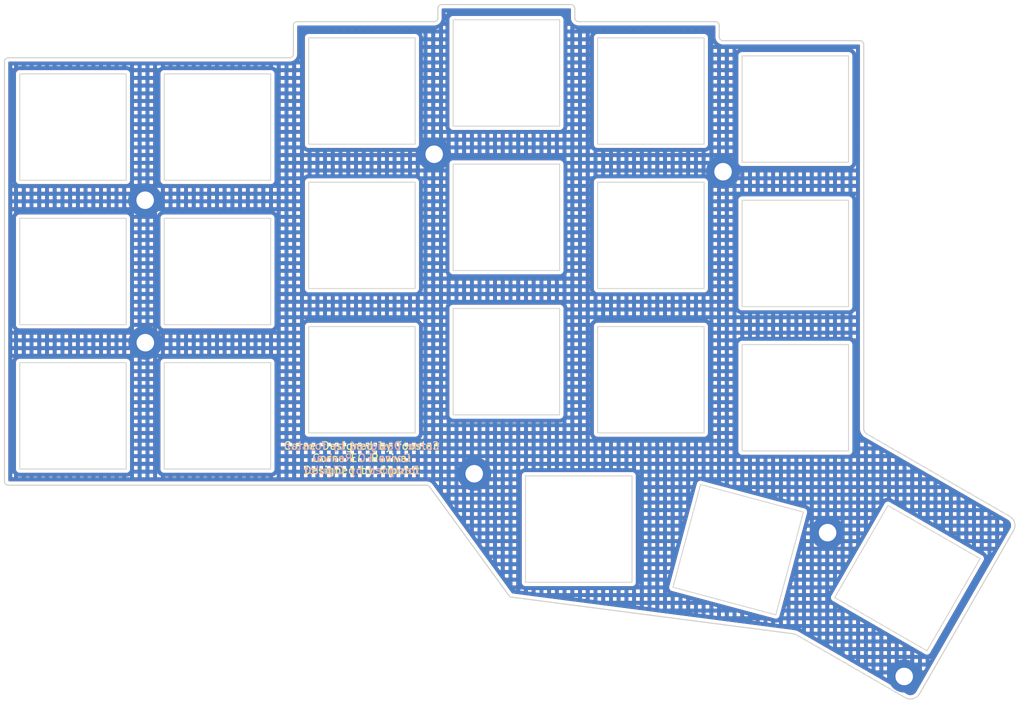
<source format=kicad_pcb>
(kicad_pcb (version 20211014) (generator pcbnew)
  (title_block (title "Corne EC Revival | NIZ Plate") (date "2022-01-28") (rev "1.0") (comment 1 "Copyright © 2021 Cipulot") (comment 2 "MIT License"))
  (layers (0 "F.Cu" signal) (31 "B.Cu" signal) (34 "B.Paste" user) (35 "F.Paste" user) (36 "B.SilkS" user "B.Silkscreen") (37 "F.SilkS" user "F.Silkscreen") (38 "B.Mask" user) (39 "F.Mask" user) (44 "Edge.Cuts" user))
  (net 0 "")
  (net 1 "GNDA")
  (footprint "kbd:SW_Hole" (layer "F.Cu") (at 191.175 78.7)
    (fp_text reference "SW2" hide)
    (fp_text value "KEY_SWITCH" hide)
    (fp_line (start 7 -7) (end -7 -7) (layer "Edge.Cuts") (width 0.12))
    (fp_line (start 7 7) (end 7 -7) (layer "Edge.Cuts") (width 0.12))
    (fp_line (start -7 7) (end 7 7) (layer "Edge.Cuts") (width 0.12))
    (fp_line (start -7 -7) (end -7 7) (layer "Edge.Cuts") (width 0.12))
  )
  (footprint "kbd:SW_Hole" (layer "F.Cu") (at 134.175 57.325)
    (fp_text reference "SW2" hide)
    (fp_text value "KEY_SWITCH" hide)
    (fp_line (start 7 -7) (end -7 -7) (layer "Edge.Cuts") (width 0.12))
    (fp_line (start 7 7) (end 7 -7) (layer "Edge.Cuts") (width 0.12))
    (fp_line (start -7 -7) (end -7 7) (layer "Edge.Cuts") (width 0.12))
    (fp_line (start -7 7) (end 7 7) (layer "Edge.Cuts") (width 0.12))
  )
  (footprint "kbd:SW_Hole" (layer "F.Cu") (at 134.175 76.325)
    (fp_text reference "SW2" hide)
    (fp_text value "KEY_SWITCH" hide)
    (fp_line (start -7 -7) (end -7 7) (layer "Edge.Cuts") (width 0.12))
    (fp_line (start -7 7) (end 7 7) (layer "Edge.Cuts") (width 0.12))
    (fp_line (start 7 7) (end 7 -7) (layer "Edge.Cuts") (width 0.12))
    (fp_line (start 7 -7) (end -7 -7) (layer "Edge.Cuts") (width 0.12))
  )
  (footprint "kbd:M2_Hole_TH" (layer "F.Cu") (at 105.6886 90.45)
    (fp_text reference "" (at 0 -3.2) (layer "F.SilkS"))
    (fp_text value "")
    (pad "" thru_hole circle locked (at 0 0) (size 4.2 4.2) (drill 2.3) (layers *.Cu *.Mask) (net 1 "GNDA"))
  )
  (footprint "kbd:SW_Hole" (layer "F.Cu") (at 183.657 117.694 -15)
    (fp_text reference "SW2" hide)
    (fp_text value "KEY_SWITCH" hide)
    (fp_line (start -7 7) (end 7 7) (layer "Edge.Cuts") (width 0.12))
    (fp_line (start 7 7) (end 7 -7) (layer "Edge.Cuts") (width 0.12))
    (fp_line (start 7 -7) (end -7 -7) (layer "Edge.Cuts") (width 0.12))
    (fp_line (start -7 -7) (end -7 7) (layer "Edge.Cuts") (width 0.12))
  )
  (footprint "kbd:SW_Hole" (layer "F.Cu") (at 115.175 100.075)
    (fp_text reference "SW2" hide)
    (fp_text value "KEY_SWITCH" hide)
    (fp_line (start 7 -7) (end -7 -7) (layer "Edge.Cuts") (width 0.12))
    (fp_line (start -7 7) (end 7 7) (layer "Edge.Cuts") (width 0.12))
    (fp_line (start 7 7) (end 7 -7) (layer "Edge.Cuts") (width 0.12))
    (fp_line (start -7 -7) (end -7 7) (layer "Edge.Cuts") (width 0.12))
  )
  (footprint "kbd:SW_Hole" (layer "F.Cu") (at 172.175 76.325)
    (fp_text reference "SW2" hide)
    (fp_text value "KEY_SWITCH" hide)
    (fp_line (start 7 -7) (end -7 -7) (layer "Edge.Cuts") (width 0.12))
    (fp_line (start 7 7) (end 7 -7) (layer "Edge.Cuts") (width 0.12))
    (fp_line (start -7 -7) (end -7 7) (layer "Edge.Cuts") (width 0.12))
    (fp_line (start -7 7) (end 7 7) (layer "Edge.Cuts") (width 0.12))
  )
  (footprint "kbd:SW_Hole" (layer "F.Cu") (at 162.695 114.985)
    (fp_text reference "SW2" hide)
    (fp_text value "KEY_SWITCH" hide)
    (fp_line (start 7 7) (end 7 -7) (layer "Edge.Cuts") (width 0.12))
    (fp_line (start -7 -7) (end -7 7) (layer "Edge.Cuts") (width 0.12))
    (fp_line (start -7 7) (end 7 7) (layer "Edge.Cuts") (width 0.12))
    (fp_line (start 7 -7) (end -7 -7) (layer "Edge.Cuts") (width 0.12))
  )
  (footprint "kbd:M2_Hole_TH" (layer "F.Cu") (at 105.665 71.7)
    (fp_text reference "" (at 0 -3.2) (layer "F.SilkS"))
    (fp_text value "")
    (pad "" thru_hole circle locked (at 0 0) (size 4.2 4.2) (drill 2.3) (layers *.Cu *.Mask) (net 1 "GNDA"))
  )
  (footprint "kbd:SW_Hole" (layer "F.Cu") (at 153.175 54.95)
    (fp_text reference "SW2" hide)
    (fp_text value "KEY_SWITCH" hide)
    (fp_line (start 7 7) (end 7 -7) (layer "Edge.Cuts") (width 0.12))
    (fp_line (start -7 -7) (end -7 7) (layer "Edge.Cuts") (width 0.12))
    (fp_line (start 7 -7) (end -7 -7) (layer "Edge.Cuts") (width 0.12))
    (fp_line (start -7 7) (end 7 7) (layer "Edge.Cuts") (width 0.12))
  )
  (footprint "kbd:SW_Hole" (layer "F.Cu") (at 134.175 95.325)
    (fp_text reference "SW2" hide)
    (fp_text value "KEY_SWITCH" hide)
    (fp_line (start 7 -7) (end -7 -7) (layer "Edge.Cuts") (width 0.12))
    (fp_line (start -7 7) (end 7 7) (layer "Edge.Cuts") (width 0.12))
    (fp_line (start -7 -7) (end -7 7) (layer "Edge.Cuts") (width 0.12))
    (fp_line (start 7 7) (end 7 -7) (layer "Edge.Cuts") (width 0.12))
  )
  (footprint "kbd:SW_Hole" (layer "F.Cu") (at 96.175 81.075)
    (fp_text reference "SW2" hide)
    (fp_text value "KEY_SWITCH" hide)
    (fp_line (start 7 7) (end 7 -7) (layer "Edge.Cuts") (width 0.12))
    (fp_line (start -7 -7) (end -7 7) (layer "Edge.Cuts") (width 0.12))
    (fp_line (start -7 7) (end 7 7) (layer "Edge.Cuts") (width 0.12))
    (fp_line (start 7 -7) (end -7 -7) (layer "Edge.Cuts") (width 0.12))
  )
  (footprint "kbd:SW_Hole" (layer "F.Cu") (at 96.175 62.075)
    (fp_text reference "SW2" hide)
    (fp_text value "KEY_SWITCH" hide)
    (fp_line (start -7 7) (end 7 7) (layer "Edge.Cuts") (width 0.12))
    (fp_line (start 7 7) (end 7 -7) (layer "Edge.Cuts") (width 0.12))
    (fp_line (start -7 -7) (end -7 7) (layer "Edge.Cuts") (width 0.12))
    (fp_line (start 7 -7) (end -7 -7) (layer "Edge.Cuts") (width 0.12))
  )
  (footprint "kbd:SW_Hole" (layer "F.Cu") (at 115.175 62.075)
    (fp_text reference "SW2" hide)
    (fp_text value "KEY_SWITCH" hide)
    (fp_line (start -7 -7) (end -7 7) (layer "Edge.Cuts") (width 0.12))
    (fp_line (start 7 7) (end 7 -7) (layer "Edge.Cuts") (width 0.12))
    (fp_line (start -7 7) (end 7 7) (layer "Edge.Cuts") (width 0.12))
    (fp_line (start 7 -7) (end -7 -7) (layer "Edge.Cuts") (width 0.12))
  )
  (footprint "kbd:M2_Hole_TH" (layer "F.Cu") (at 181.665 67.95)
    (fp_text reference "" (at 0 -3.2) (layer "F.SilkS"))
    (fp_text value "")
    (pad "" thru_hole circle locked (at 0 0) (size 4.2 4.2) (drill 2.3) (layers *.Cu *.Mask) (net 1 "GNDA"))
  )
  (footprint "kbd:M2_Hole_TH" (layer "F.Cu") (at 195.415 115.45)
    (fp_text reference "" (at 0 -3.2) (layer "F.SilkS"))
    (fp_text value "")
    (pad "" thru_hole circle locked (at 0 0) (size 4.2 4.2) (drill 2.3) (layers *.Cu *.Mask) (net 1 "GNDA"))
  )
  (footprint "kbd:SW_Hole" (layer "F.Cu") (at 191.175 97.7)
    (fp_text reference "SW2" hide)
    (fp_text value "KEY_SWITCH" hide)
    (fp_line (start -7 7) (end 7 7) (layer "Edge.Cuts") (width 0.12))
    (fp_line (start 7 -7) (end -7 -7) (layer "Edge.Cuts") (width 0.12))
    (fp_line (start -7 -7) (end -7 7) (layer "Edge.Cuts") (width 0.12))
    (fp_line (start 7 7) (end 7 -7) (layer "Edge.Cuts") (width 0.12))
  )
  (footprint "kbd:SW_Hole" (layer "F.Cu") (at 172.175 57.325)
    (fp_text reference "SW2" hide)
    (fp_text value "KEY_SWITCH" hide)
    (fp_line (start -7 -7) (end -7 7) (layer "Edge.Cuts") (width 0.12))
    (fp_line (start 7 -7) (end -7 -7) (layer "Edge.Cuts") (width 0.12))
    (fp_line (start -7 7) (end 7 7) (layer "Edge.Cuts") (width 0.12))
    (fp_line (start 7 7) (end 7 -7) (layer "Edge.Cuts") (width 0.12))
  )
  (footprint "kbd:SW_Hole" (layer "F.Cu") (at 153.175 92.95)
    (fp_text reference "SW2" hide)
    (fp_text value "KEY_SWITCH" hide)
    (fp_line (start -7 7) (end 7 7) (layer "Edge.Cuts") (width 0.12))
    (fp_line (start 7 -7) (end -7 -7) (layer "Edge.Cuts") (width 0.12))
    (fp_line (start 7 7) (end 7 -7) (layer "Edge.Cuts") (width 0.12))
    (fp_line (start -7 -7) (end -7 7) (layer "Edge.Cuts") (width 0.12))
  )
  (footprint "kbd:M2_Hole_TH" (layer "F.Cu") (at 143.675 65.65)
    (fp_text reference "" (at 0 -3.2) (layer "F.SilkS"))
    (fp_text value "")
    (pad "" thru_hole circle locked (at 0 0) (size 4.2 4.2) (drill 2.3) (layers *.Cu *.Mask) (net 1 "GNDA"))
  )
  (footprint "kbd:SW_Hole" (layer "F.Cu") (at 191.175 59.7)
    (fp_text reference "SW2" hide)
    (fp_text value "KEY_SWITCH" hide)
    (fp_line (start 7 7) (end 7 -7) (layer "Edge.Cuts") (width 0.12))
    (fp_line (start -7 -7) (end -7 7) (layer "Edge.Cuts") (width 0.12))
    (fp_line (start -7 7) (end 7 7) (layer "Edge.Cuts") (width 0.12))
    (fp_line (start 7 -7) (end -7 -7) (layer "Edge.Cuts") (width 0.12))
  )
  (footprint "kbd:SW_Hole" (layer "F.Cu") (at 153.175 73.95)
    (fp_text reference "SW2" hide)
    (fp_text value "KEY_SWITCH" hide)
    (fp_line (start 7 7) (end 7 -7) (layer "Edge.Cuts") (width 0.12))
    (fp_line (start -7 7) (end 7 7) (layer "Edge.Cuts") (width 0.12))
    (fp_line (start 7 -7) (end -7 -7) (layer "Edge.Cuts") (width 0.12))
    (fp_line (start -7 -7) (end -7 7) (layer "Edge.Cuts") (width 0.12))
  )
  (footprint "kbd:M2_Hole_TH" (layer "F.Cu") (at 205.49 134.3788)
    (fp_text reference "" (at 0 -3.2) (layer "F.SilkS"))
    (fp_text value "")
    (pad "" thru_hole circle locked (at 0 0) (size 4.2 4.2) (drill 2.3) (layers *.Cu *.Mask) (net 1 "GNDA"))
  )
  (footprint "kbd:SW_Hole" (layer "F.Cu") (at 205.915 121.435 -30)
    (fp_text reference "SW2" hide)
    (fp_text value "KEY_SWITCH" hide)
    (fp_line (start 7 7) (end 7 -7) (layer "Edge.Cuts") (width 0.12))
    (fp_line (start 7 -7) (end -7 -7) (layer "Edge.Cuts") (width 0.12))
    (fp_line (start -7 -7) (end -7 7) (layer "Edge.Cuts") (width 0.12))
    (fp_line (start -7 7) (end 7 7) (layer "Edge.Cuts") (width 0.12))
  )
  (footprint "kbd:SW_Hole" (layer "F.Cu") (at 115.175 81.075)
    (fp_text reference "SW2" hide)
    (fp_text value "KEY_SWITCH" hide)
    (fp_line (start 7 -7) (end -7 -7) (layer "Edge.Cuts") (width 0.12))
    (fp_line (start 7 7) (end 7 -7) (layer "Edge.Cuts") (width 0.12))
    (fp_line (start -7 7) (end 7 7) (layer "Edge.Cuts") (width 0.12))
    (fp_line (start -7 -7) (end -7 7) (layer "Edge.Cuts") (width 0.12))
  )
  (footprint "kbd:SW_Hole" (layer "F.Cu") (at 96.175 100.075)
    (fp_text reference "SW2" hide)
    (fp_text value "KEY_SWITCH" hide)
    (fp_line (start 7 -7) (end -7 -7) (layer "Edge.Cuts") (width 0.12))
    (fp_line (start 7 7) (end 7 -7) (layer "Edge.Cuts") (width 0.12))
    (fp_line (start -7 7) (end 7 7) (layer "Edge.Cuts") (width 0.12))
    (fp_line (start -7 -7) (end -7 7) (layer "Edge.Cuts") (width 0.12))
  )
  (footprint "kbd:M2_Hole_TH" (layer "F.Cu") (at 148.9386 107.7)
    (fp_text reference "" (at 0 -3.2) (layer "F.SilkS"))
    (fp_text value "")
    (pad "" thru_hole circle locked (at 0 0) (size 4.2 4.2) (drill 2.3) (layers *.Cu *.Mask) (net 1 "GNDA"))
  )
  (footprint "kbd:SW_Hole" (layer "F.Cu") (at 172.175 95.325)
    (fp_text reference "SW2" hide)
    (fp_text value "KEY_SWITCH" hide)
    (fp_line (start -7 -7) (end -7 7) (layer "Edge.Cuts") (width 0.12))
    (fp_line (start -7 7) (end 7 7) (layer "Edge.Cuts") (width 0.12))
    (fp_line (start 7 7) (end 7 -7) (layer "Edge.Cuts") (width 0.12))
    (fp_line (start 7 -7) (end -7 -7) (layer "Edge.Cuts") (width 0.12))
  )
  (gr_arc (start 144.165 46.45) (mid 144.311447 46.096447) (end 144.665 45.95) (layer "Edge.Cuts") (width 0.15))
  (gr_arc (start 200.515 102.425) (mid 200.261093 102.13374) (end 200.162282 101.760192) (layer "Edge.Cuts") (width 0.15))
  (gr_arc (start 125.165 52.45) (mid 125.018553 52.803553) (end 124.665 52.95) (layer "Edge.Cuts") (width 0.15))
  (gr_arc (start 87.665 109.2) (mid 87.311447 109.053553) (end 87.165 108.7) (layer "Edge.Cuts") (width 0.15))
  (gr_line (start 219.435509 113.346988) (end 200.515 102.425) (layer "Edge.Cuts") (width 0.15))
  (gr_line (start 142.665 109.2) (end 87.665 109.2) (layer "Edge.Cuts") (width 0.15))
  (gr_arc (start 144.165 47.7) (mid 144.018553 48.053553) (end 143.665 48.2) (layer "Edge.Cuts") (width 0.15))
  (gr_arc (start 162.665 48.2) (mid 162.311447 48.053553) (end 162.165 47.7) (layer "Edge.Cuts") (width 0.15))
  (gr_arc (start 161.665 45.95) (mid 162.018553 46.096447) (end 162.165 46.45) (layer "Edge.Cuts") (width 0.15))
  (gr_line (start 153.915 123.95) (end 190.585556 128.720344) (layer "Edge.Cuts") (width 0.15))
  (gr_line (start 162.165 47.7) (end 162.165 46.45) (layer "Edge.Cuts") (width 0.15))
  (gr_line (start 125.165 48.7) (end 125.165 52.45) (layer "Edge.Cuts") (width 0.15))
  (gr_line (start 191.24 128.85) (end 205.534251 137.110956) (layer "Edge.Cuts") (width 0.15))
  (gr_arc (start 180.665 48.2) (mid 181.018553 48.346447) (end 181.165 48.7) (layer "Edge.Cuts") (width 0.15))
  (gr_line (start 124.665 52.95) (end 87.665 52.95) (layer "Edge.Cuts") (width 0.15))
  (gr_arc (start 142.665 109.2) (mid 142.856342 109.23806) (end 143.018553 109.346447) (layer "Edge.Cuts") (width 0.15))
  (gr_line (start 87.165 53.45) (end 87.165 108.7) (layer "Edge.Cuts") (width 0.15))
  (gr_arc (start 125.165 48.7) (mid 125.311447 48.346447) (end 125.665 48.2) (layer "Edge.Cuts") (width 0.15))
  (gr_arc (start 181.665 50.7) (mid 181.311447 50.553553) (end 181.165 50.2) (layer "Edge.Cuts") (width 0.15))
  (gr_line (start 143.665 48.2) (end 125.665 48.2) (layer "Edge.Cuts") (width 0.15))
  (gr_arc (start 207.462263 136.731465) (mid 206.577069 137.321617) (end 205.534251 137.110956) (layer "Edge.Cuts") (width 0.15))
  (gr_line (start 200.165 51.2) (end 200.162282 101.760192) (layer "Edge.Cuts") (width 0.15))
  (gr_arc (start 190.585556 128.720344) (mid 190.915952 128.769149) (end 191.24 128.85) (layer "Edge.Cuts") (width 0.15))
  (gr_arc (start 219.435509 113.346988) (mid 220.025661 114.232182) (end 219.815 115.275) (layer "Edge.Cuts") (width 0.15))
  (gr_arc (start 87.165 53.45) (mid 87.311447 53.096447) (end 87.665 52.95) (layer "Edge.Cuts") (width 0.15))
  (gr_line (start 143.018553 109.346447) (end 153.561447 123.803553) (layer "Edge.Cuts") (width 0.15))
  (gr_line (start 180.665 48.2) (end 162.665 48.2) (layer "Edge.Cuts") (width 0.15))
  (gr_arc (start 199.665 50.7) (mid 200.018553 50.846447) (end 200.165 51.2) (layer "Edge.Cuts") (width 0.15))
  (gr_line (start 161.665 45.95) (end 144.665 45.95) (layer "Edge.Cuts") (width 0.15))
  (gr_arc (start 153.915 123.95) (mid 153.723658 123.91194) (end 153.561447 123.803553) (layer "Edge.Cuts") (width 0.15))
  (gr_line (start 199.665 50.7) (end 181.665 50.7) (layer "Edge.Cuts") (width 0.15))
  (gr_line (start 181.165 50.2) (end 181.165 48.7) (layer "Edge.Cuts") (width 0.15))
  (gr_line (start 144.165 46.45) (end 144.165 47.7) (layer "Edge.Cuts") (width 0.15))
  (gr_line (start 207.462263 136.731465) (end 219.815 115.275) (layer "Edge.Cuts") (width 0.15))
  (gr_text "Corne Designed by foostan\nCorne EC Revival\nDesigned by Cipulot" (at 134.14 105.6288) (layer "B.SilkS") (effects (font (size 1 1)) (justify mirror)))
  (gr_text "Corne Designed by foostan\nCorne EC Revival\nDesigned by Cipulot" (at 134.14 105.6288) (layer "F.SilkS") (effects (font (size 1 1))))
  (zone (net 1) (net_name "GNDA") (layers F&B.Cu) (connect_pads yes (clearance 0.508)) (min_thickness 0.254) (fill yes (mode hatch) (thermal_gap 0.508) (thermal_bridge_width 0.508) (hatch_thickness 0.508) (hatch_gap 0.508) (hatch_orientation 0) (hatch_border_algorithm hatch_thickness) (hatch_min_hole_area 0.3))
    (polygon (pts (xy 162.715 47.8038) (xy 181.74 47.8038) (xy 181.74 50.1538) (xy 200.715 50.1538) (xy 200.715 101.6288) (xy 221.265 113.5788) (xy 206.89 138.4038) (xy 191.04 129.2288) (xy 153.49 124.3538) (xy 142.815 109.5788) (xy 86.665 109.5788) (xy 86.665 52.5288) (xy 124.665 52.5288) (xy 124.665 47.7788) (xy 143.665 47.7788) (xy 143.665 45.4038) (xy 162.715 45.4038)))
  )
)
</source>
